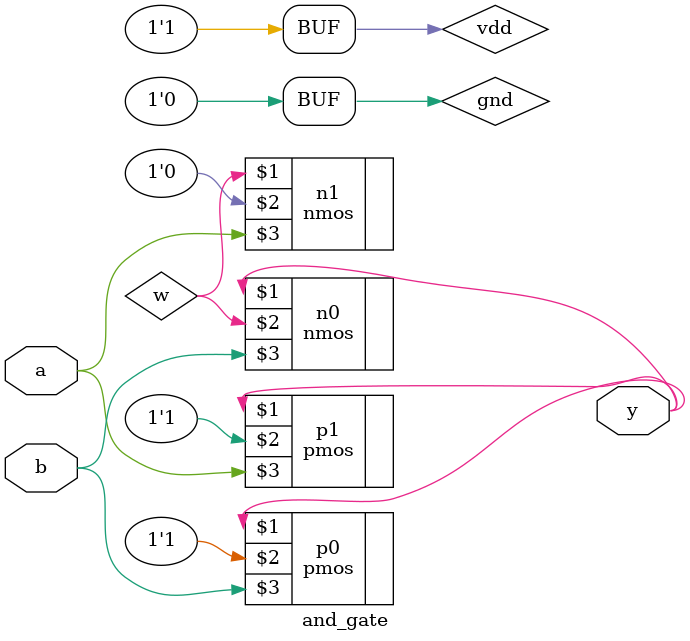
<source format=v>
`timescale 1ns / 1ps
module and_gate(input a, b, output y);

  supply1 vdd;
  supply0 gnd;
  wire w;

  pmos p1(y, vdd, a);
  pmos p0(y, vdd, b);
  nmos n1(w, gnd, a);
  nmos n0(y, w, b);

endmodule

</source>
